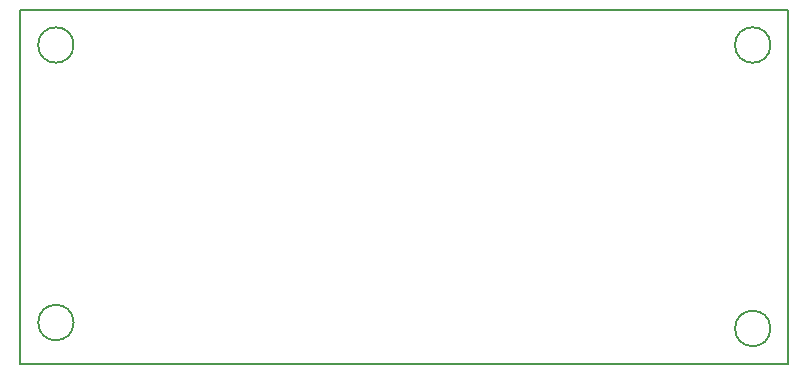
<source format=gbr>
%TF.GenerationSoftware,KiCad,Pcbnew,(6.0.2)*%
%TF.CreationDate,2022-02-27T23:15:49+03:00*%
%TF.ProjectId,LM2596_buck_5,4c4d3235-3936-45f6-9275-636b5f352e6b,v1.0*%
%TF.SameCoordinates,Original*%
%TF.FileFunction,Profile,NP*%
%FSLAX46Y46*%
G04 Gerber Fmt 4.6, Leading zero omitted, Abs format (unit mm)*
G04 Created by KiCad (PCBNEW (6.0.2)) date 2022-02-27 23:15:49*
%MOMM*%
%LPD*%
G01*
G04 APERTURE LIST*
%TA.AperFunction,Profile*%
%ADD10C,0.200000*%
%TD*%
G04 APERTURE END LIST*
D10*
X103500000Y-88000000D02*
G75*
G03*
X103500000Y-88000000I-1500000J0D01*
G01*
X103500000Y-111500000D02*
G75*
G03*
X103500000Y-111500000I-1500000J0D01*
G01*
X162500000Y-88000000D02*
G75*
G03*
X162500000Y-88000000I-1500000J0D01*
G01*
X162500000Y-112000000D02*
G75*
G03*
X162500000Y-112000000I-1500000J0D01*
G01*
X99000000Y-115000000D02*
X99000000Y-85000000D01*
X164000000Y-115000000D02*
X99000000Y-115000000D01*
X164000000Y-85000000D02*
X164000000Y-115000000D01*
X99000000Y-85000000D02*
X164000000Y-85000000D01*
M02*

</source>
